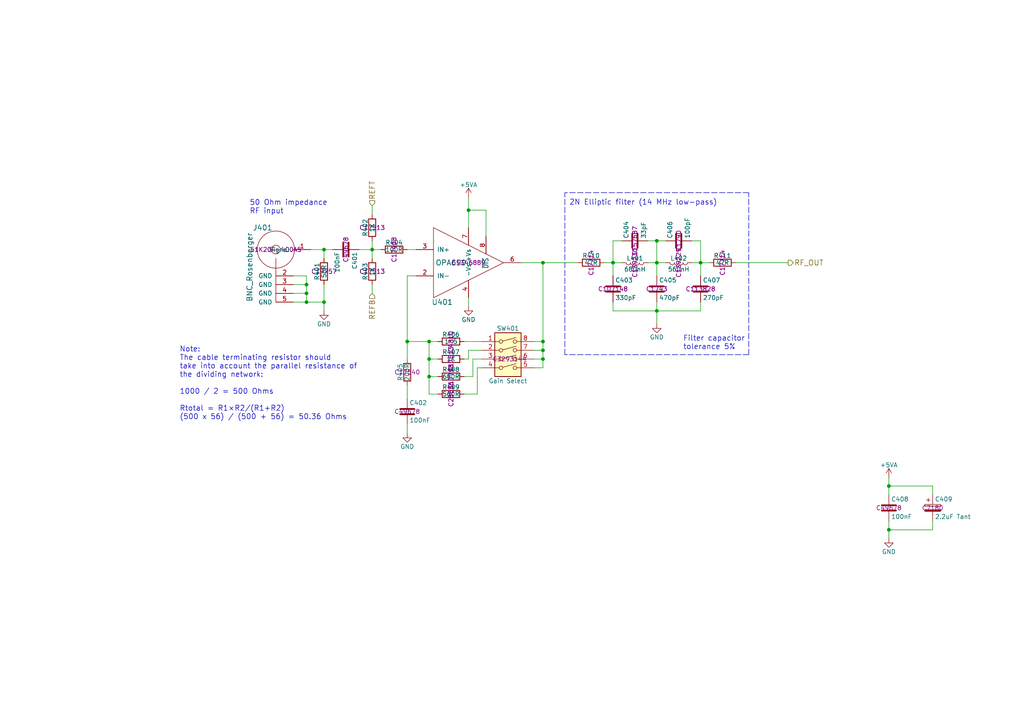
<source format=kicad_sch>
(kicad_sch (version 20250114) (generator "eeschema") (generator_version "9.0")
  (paper "A4")
  (title_block (title "Domesday Duplicator - RF Amplifier") (date "2018-06-19") (rev "3.0.1") (company "https://www.domesday86.com") (comment 1 "(c)2018 Simon Inns") (comment 2 "License: Attribution-ShareAlike 4.0 International (CC BY-SA 4.0)"))
  (lib_symbols
    (symbol "+5VA_1" (power) (pin_names (offset 0))
      (property "Value" "+5VA" (at 0 3.556 0))
      (symbol "+5VA_1_0_1"
        (polyline (pts (xy -0.762 1.27) (xy 0 2.54)))
        (polyline (pts (xy 0 2.54) (xy 0.762 1.27)))
        (polyline (pts (xy 0 0) (xy 0 2.54)))
      )
      (symbol "+5VA_1_1_1"
        (pin power_in line (at 0 0 90) (length 0) (hide yes) (name "+5VA") (number "1"))
      )
    )
    (symbol "+5VA_2" (power) (pin_names (offset 0))
      (property "Value" "+5VA" (at 0 3.556 0))
      (symbol "+5VA_2_0_1"
        (polyline (pts (xy -0.762 1.27) (xy 0 2.54)))
        (polyline (pts (xy 0 2.54) (xy 0.762 1.27)))
        (polyline (pts (xy 0 0) (xy 0 2.54)))
      )
      (symbol "+5VA_2_1_1"
        (pin power_in line (at 0 0 90) (length 0) (hide yes) (name "+5VA") (number "1"))
      )
    )
    (symbol "+5VA_3" (power) (pin_names (offset 0))
      (property "Value" "+5VA" (at 0 3.556 0))
      (symbol "+5VA_3_0_1"
        (polyline (pts (xy -0.762 1.27) (xy 0 2.54)))
        (polyline (pts (xy 0 2.54) (xy 0.762 1.27)))
        (polyline (pts (xy 0 0) (xy 0 2.54)))
      )
      (symbol "+5VA_3_1_1"
        (pin power_in line (at 0 0 90) (length 0) (hide yes) (name "+5VA") (number "1"))
      )
    )
    (symbol "+5VA_4" (power) (pin_names (offset 0))
      (property "Value" "+5VA" (at 0 3.556 0))
      (symbol "+5VA_4_0_1"
        (polyline (pts (xy -0.762 1.27) (xy 0 2.54)))
        (polyline (pts (xy 0 2.54) (xy 0.762 1.27)))
        (polyline (pts (xy 0 0) (xy 0 2.54)))
      )
      (symbol "+5VA_4_1_1"
        (pin power_in line (at 0 0 90) (length 0) (hide yes) (name "+5VA") (number "1"))
      )
    )
    (symbol "CP_1" (pin_numbers (hide yes)) (pin_names (offset 0.254))
      (property "Reference" "C" (at 0.635 2.54 0))
      (property "Value" "CP" (at 0.635 -2.54 0))
      (symbol "CP_1_0_1"
        (rectangle (start -2.286 0.508) (end -2.286 1.016))
        (rectangle (start -2.286 0.508) (end 2.286 0.508))
        (polyline (pts (xy -1.778 2.286) (xy -0.762 2.286)))
        (polyline (pts (xy -1.27 2.794) (xy -1.27 1.778)))
        (rectangle (start 2.286 1.016) (end -2.286 1.016))
        (rectangle (start 2.286 1.016) (end 2.286 0.508))
        (rectangle (start 2.286 -0.508) (end -2.286 -1.016) (fill (type outline)))
      )
      (symbol "CP_1_1_1"
        (pin passive line (at 0 3.81 270) (length 2.794) (name "~") (number "1"))
        (pin passive line (at 0 -3.81 90) (length 2.794) (name "~") (number "2"))
      )
    )
    (symbol "CP_2" (pin_numbers (hide yes)) (pin_names (offset 0.254))
      (property "Reference" "C" (at 0.635 2.54 0))
      (property "Value" "CP" (at 0.635 -2.54 0))
      (symbol "CP_2_0_1"
        (rectangle (start -2.286 0.508) (end -2.286 1.016))
        (rectangle (start -2.286 0.508) (end 2.286 0.508))
        (polyline (pts (xy -1.778 2.286) (xy -0.762 2.286)))
        (polyline (pts (xy -1.27 2.794) (xy -1.27 1.778)))
        (rectangle (start 2.286 1.016) (end -2.286 1.016))
        (rectangle (start 2.286 1.016) (end 2.286 0.508))
        (rectangle (start 2.286 -0.508) (end -2.286 -1.016) (fill (type outline)))
      )
      (symbol "CP_2_1_1"
        (pin passive line (at 0 3.81 270) (length 2.794) (name "~") (number "1"))
        (pin passive line (at 0 -3.81 90) (length 2.794) (name "~") (number "2"))
      )
    )
    (symbol "C_1" (pin_numbers (hide yes)) (pin_names (offset 0.254))
      (property "Reference" "C" (at 0.635 2.54 0))
      (property "Value" "C" (at 0.635 -2.54 0))
      (symbol "C_1_0_1"
        (polyline (pts (xy -2.032 0.762) (xy 2.032 0.762)) (stroke (width 0.508)))
        (polyline (pts (xy -2.032 -0.762) (xy 2.032 -0.762)) (stroke (width 0.508)))
      )
      (symbol "C_1_1_1"
        (pin passive line (at 0 3.81 270) (length 2.794) (name "~") (number "1"))
        (pin passive line (at 0 -3.81 90) (length 2.794) (name "~") (number "2"))
      )
    )
    (symbol "C_10" (pin_numbers (hide yes)) (pin_names (offset 0.254))
      (property "Reference" "C" (at 0.635 2.54 0))
      (property "Value" "C" (at 0.635 -2.54 0))
      (symbol "C_10_0_1"
        (polyline (pts (xy -2.032 0.762) (xy 2.032 0.762)) (stroke (width 0.508)))
        (polyline (pts (xy -2.032 -0.762) (xy 2.032 -0.762)) (stroke (width 0.508)))
      )
      (symbol "C_10_1_1"
        (pin passive line (at 0 3.81 270) (length 2.794) (name "~") (number "1"))
        (pin passive line (at 0 -3.81 90) (length 2.794) (name "~") (number "2"))
      )
    )
    (symbol "C_11" (pin_numbers (hide yes)) (pin_names (offset 0.254))
      (property "Reference" "C" (at 0.635 2.54 0))
      (property "Value" "C" (at 0.635 -2.54 0))
      (symbol "C_11_0_1"
        (polyline (pts (xy -2.032 0.762) (xy 2.032 0.762)) (stroke (width 0.508)))
        (polyline (pts (xy -2.032 -0.762) (xy 2.032 -0.762)) (stroke (width 0.508)))
      )
      (symbol "C_11_1_1"
        (pin passive line (at 0 3.81 270) (length 2.794) (name "~") (number "1"))
        (pin passive line (at 0 -3.81 90) (length 2.794) (name "~") (number "2"))
      )
    )
    (symbol "C_12" (pin_numbers (hide yes)) (pin_names (offset 0.254))
      (property "Reference" "C" (at 0.635 2.54 0))
      (property "Value" "C" (at 0.635 -2.54 0))
      (symbol "C_12_0_1"
        (polyline (pts (xy -2.032 0.762) (xy 2.032 0.762)) (stroke (width 0.508)))
        (polyline (pts (xy -2.032 -0.762) (xy 2.032 -0.762)) (stroke (width 0.508)))
      )
      (symbol "C_12_1_1"
        (pin passive line (at 0 3.81 270) (length 2.794) (name "~") (number "1"))
        (pin passive line (at 0 -3.81 90) (length 2.794) (name "~") (number "2"))
      )
    )
    (symbol "C_13" (pin_numbers (hide yes)) (pin_names (offset 0.254))
      (property "Reference" "C" (at 0.635 2.54 0))
      (property "Value" "C" (at 0.635 -2.54 0))
      (symbol "C_13_0_1"
        (polyline (pts (xy -2.032 0.762) (xy 2.032 0.762)) (stroke (width 0.508)))
        (polyline (pts (xy -2.032 -0.762) (xy 2.032 -0.762)) (stroke (width 0.508)))
      )
      (symbol "C_13_1_1"
        (pin passive line (at 0 3.81 270) (length 2.794) (name "~") (number "1"))
        (pin passive line (at 0 -3.81 90) (length 2.794) (name "~") (number "2"))
      )
    )
    (symbol "C_14" (pin_numbers (hide yes)) (pin_names (offset 0.254))
      (property "Reference" "C" (at 0.635 2.54 0))
      (property "Value" "C" (at 0.635 -2.54 0))
      (symbol "C_14_0_1"
        (polyline (pts (xy -2.032 0.762) (xy 2.032 0.762)) (stroke (width 0.508)))
        (polyline (pts (xy -2.032 -0.762) (xy 2.032 -0.762)) (stroke (width 0.508)))
      )
      (symbol "C_14_1_1"
        (pin passive line (at 0 3.81 270) (length 2.794) (name "~") (number "1"))
        (pin passive line (at 0 -3.81 90) (length 2.794) (name "~") (number "2"))
      )
    )
    (symbol "C_15" (pin_numbers (hide yes)) (pin_names (offset 0.254))
      (property "Reference" "C" (at 0.635 2.54 0))
      (property "Value" "C" (at 0.635 -2.54 0))
      (symbol "C_15_0_1"
        (polyline (pts (xy -2.032 0.762) (xy 2.032 0.762)) (stroke (width 0.508)))
        (polyline (pts (xy -2.032 -0.762) (xy 2.032 -0.762)) (stroke (width 0.508)))
      )
      (symbol "C_15_1_1"
        (pin passive line (at 0 3.81 270) (length 2.794) (name "~") (number "1"))
        (pin passive line (at 0 -3.81 90) (length 2.794) (name "~") (number "2"))
      )
    )
    (symbol "C_16" (pin_numbers (hide yes)) (pin_names (offset 0.254))
      (property "Reference" "C" (at 0.635 2.54 0))
      (property "Value" "C" (at 0.635 -2.54 0))
      (symbol "C_16_0_1"
        (polyline (pts (xy -2.032 0.762) (xy 2.032 0.762)) (stroke (width 0.508)))
        (polyline (pts (xy -2.032 -0.762) (xy 2.032 -0.762)) (stroke (width 0.508)))
      )
      (symbol "C_16_1_1"
        (pin passive line (at 0 3.81 270) (length 2.794) (name "~") (number "1"))
        (pin passive line (at 0 -3.81 90) (length 2.794) (name "~") (number "2"))
      )
    )
    (symbol "C_2" (pin_numbers (hide yes)) (pin_names (offset 0.254))
      (property "Reference" "C" (at 0.635 2.54 0))
      (property "Value" "C" (at 0.635 -2.54 0))
      (symbol "C_2_0_1"
        (polyline (pts (xy -2.032 0.762) (xy 2.032 0.762)) (stroke (width 0.508)))
        (polyline (pts (xy -2.032 -0.762) (xy 2.032 -0.762)) (stroke (width 0.508)))
      )
      (symbol "C_2_1_1"
        (pin passive line (at 0 3.81 270) (length 2.794) (name "~") (number "1"))
        (pin passive line (at 0 -3.81 90) (length 2.794) (name "~") (number "2"))
      )
    )
    (symbol "C_3" (pin_numbers (hide yes)) (pin_names (offset 0.254))
      (property "Reference" "C" (at 0.635 2.54 0))
      (property "Value" "C" (at 0.635 -2.54 0))
      (symbol "C_3_0_1"
        (polyline (pts (xy -2.032 0.762) (xy 2.032 0.762)) (stroke (width 0.508)))
        (polyline (pts (xy -2.032 -0.762) (xy 2.032 -0.762)) (stroke (width 0.508)))
      )
      (symbol "C_3_1_1"
        (pin passive line (at 0 3.81 270) (length 2.794) (name "~") (number "1"))
        (pin passive line (at 0 -3.81 90) (length 2.794) (name "~") (number "2"))
      )
    )
    (symbol "C_4" (pin_numbers (hide yes)) (pin_names (offset 0.254))
      (property "Reference" "C" (at 0.635 2.54 0))
      (property "Value" "C" (at 0.635 -2.54 0))
      (symbol "C_4_0_1"
        (polyline (pts (xy -2.032 0.762) (xy 2.032 0.762)) (stroke (width 0.508)))
        (polyline (pts (xy -2.032 -0.762) (xy 2.032 -0.762)) (stroke (width 0.508)))
      )
      (symbol "C_4_1_1"
        (pin passive line (at 0 3.81 270) (length 2.794) (name "~") (number "1"))
        (pin passive line (at 0 -3.81 90) (length 2.794) (name "~") (number "2"))
      )
    )
    (symbol "C_5" (pin_numbers (hide yes)) (pin_names (offset 0.254))
      (property "Reference" "C" (at 0.635 2.54 0))
      (property "Value" "C" (at 0.635 -2.54 0))
      (symbol "C_5_0_1"
        (polyline (pts (xy -2.032 0.762) (xy 2.032 0.762)) (stroke (width 0.508)))
        (polyline (pts (xy -2.032 -0.762) (xy 2.032 -0.762)) (stroke (width 0.508)))
      )
      (symbol "C_5_1_1"
        (pin passive line (at 0 3.81 270) (length 2.794) (name "~") (number "1"))
        (pin passive line (at 0 -3.81 90) (length 2.794) (name "~") (number "2"))
      )
    )
    (symbol "C_6" (pin_numbers (hide yes)) (pin_names (offset 0.254))
      (property "Reference" "C" (at 0.635 2.54 0))
      (property "Value" "C" (at 0.635 -2.54 0))
      (symbol "C_6_0_1"
        (polyline (pts (xy -2.032 0.762) (xy 2.032 0.762)) (stroke (width 0.508)))
        (polyline (pts (xy -2.032 -0.762) (xy 2.032 -0.762)) (stroke (width 0.508)))
      )
      (symbol "C_6_1_1"
        (pin passive line (at 0 3.81 270) (length 2.794) (name "~") (number "1"))
        (pin passive line (at 0 -3.81 90) (length 2.794) (name "~") (number "2"))
      )
    )
    (symbol "C_7" (pin_numbers (hide yes)) (pin_names (offset 0.254))
      (property "Reference" "C" (at 0.635 2.54 0))
      (property "Value" "C" (at 0.635 -2.54 0))
      (symbol "C_7_0_1"
        (polyline (pts (xy -2.032 0.762) (xy 2.032 0.762)) (stroke (width 0.508)))
        (polyline (pts (xy -2.032 -0.762) (xy 2.032 -0.762)) (stroke (width 0.508)))
      )
      (symbol "C_7_1_1"
        (pin passive line (at 0 3.81 270) (length 2.794) (name "~") (number "1"))
        (pin passive line (at 0 -3.81 90) (length 2.794) (name "~") (number "2"))
      )
    )
    (symbol "C_8" (pin_numbers (hide yes)) (pin_names (offset 0.254))
      (property "Reference" "C" (at 0.635 2.54 0))
      (property "Value" "C" (at 0.635 -2.54 0))
      (symbol "C_8_0_1"
        (polyline (pts (xy -2.032 0.762) (xy 2.032 0.762)) (stroke (width 0.508)))
        (polyline (pts (xy -2.032 -0.762) (xy 2.032 -0.762)) (stroke (width 0.508)))
      )
      (symbol "C_8_1_1"
        (pin passive line (at 0 3.81 270) (length 2.794) (name "~") (number "1"))
        (pin passive line (at 0 -3.81 90) (length 2.794) (name "~") (number "2"))
      )
    )
    (symbol "C_9" (pin_numbers (hide yes)) (pin_names (offset 0.254))
      (property "Reference" "C" (at 0.635 2.54 0))
      (property "Value" "C" (at 0.635 -2.54 0))
      (symbol "C_9_0_1"
        (polyline (pts (xy -2.032 0.762) (xy 2.032 0.762)) (stroke (width 0.508)))
        (polyline (pts (xy -2.032 -0.762) (xy 2.032 -0.762)) (stroke (width 0.508)))
      )
      (symbol "C_9_1_1"
        (pin passive line (at 0 3.81 270) (length 2.794) (name "~") (number "1"))
        (pin passive line (at 0 -3.81 90) (length 2.794) (name "~") (number "2"))
      )
    )
    (symbol "GND_1" (power) (pin_names (offset 0))
      (property "Value" "GND" (at 0 -3.81 0))
      (symbol "GND_1_0_1"
        (polyline (pts (xy 0 0) (xy 0 -1.27) (xy 1.27 -1.27) (xy 0 -2.54) (xy -1.27 -1.27) (xy 0 -1.27)))
      )
      (symbol "GND_1_1_1"
        (pin power_in line (at 0 0 270) (length 0) (hide yes) (name "GND") (number "1"))
      )
    )
    (symbol "GND_10" (power) (pin_names (offset 0))
      (property "Value" "GND" (at 0 -3.81 0))
      (symbol "GND_10_0_1"
        (polyline (pts (xy 0 0) (xy 0 -1.27) (xy 1.27 -1.27) (xy 0 -2.54) (xy -1.27 -1.27) (xy 0 -1.27)))
      )
      (symbol "GND_10_1_1"
        (pin power_in line (at 0 0 270) (length 0) (hide yes) (name "GND") (number "1"))
      )
    )
    (symbol "GND_2" (power) (pin_names (offset 0))
      (property "Value" "GND" (at 0 -3.81 0))
      (symbol "GND_2_0_1"
        (polyline (pts (xy 0 0) (xy 0 -1.27) (xy 1.27 -1.27) (xy 0 -2.54) (xy -1.27 -1.27) (xy 0 -1.27)))
      )
      (symbol "GND_2_1_1"
        (pin power_in line (at 0 0 270) (length 0) (hide yes) (name "GND") (number "1"))
      )
    )
    (symbol "GND_3" (power) (pin_names (offset 0))
      (property "Value" "GND" (at 0 -3.81 0))
      (symbol "GND_3_0_1"
        (polyline (pts (xy 0 0) (xy 0 -1.27) (xy 1.27 -1.27) (xy 0 -2.54) (xy -1.27 -1.27) (xy 0 -1.27)))
      )
      (symbol "GND_3_1_1"
        (pin power_in line (at 0 0 270) (length 0) (hide yes) (name "GND") (number "1"))
      )
    )
    (symbol "GND_4" (power) (pin_names (offset 0))
      (property "Value" "GND" (at 0 -3.81 0))
      (symbol "GND_4_0_1"
        (polyline (pts (xy 0 0) (xy 0 -1.27) (xy 1.27 -1.27) (xy 0 -2.54) (xy -1.27 -1.27) (xy 0 -1.27)))
      )
      (symbol "GND_4_1_1"
        (pin power_in line (at 0 0 270) (length 0) (hide yes) (name "GND") (number "1"))
      )
    )
    (symbol "GND_5" (power) (pin_names (offset 0))
      (property "Value" "GND" (at 0 -3.81 0))
      (symbol "GND_5_0_1"
        (polyline (pts (xy 0 0) (xy 0 -1.27) (xy 1.27 -1.27) (xy 0 -2.54) (xy -1.27 -1.27) (xy 0 -1.27)))
      )
      (symbol "GND_5_1_1"
        (pin power_in line (at 0 0 270) (length 0) (hide yes) (name "GND") (number "1"))
      )
    )
    (symbol "GND_6" (power) (pin_names (offset 0))
      (property "Value" "GND" (at 0 -3.81 0))
      (symbol "GND_6_0_1"
        (polyline (pts (xy 0 0) (xy 0 -1.27) (xy 1.27 -1.27) (xy 0 -2.54) (xy -1.27 -1.27) (xy 0 -1.27)))
      )
      (symbol "GND_6_1_1"
        (pin power_in line (at 0 0 270) (length 0) (hide yes) (name "GND") (number "1"))
      )
    )
    (symbol "GND_7" (power) (pin_names (offset 0))
      (property "Value" "GND" (at 0 -3.81 0))
      (symbol "GND_7_0_1"
        (polyline (pts (xy 0 0) (xy 0 -1.27) (xy 1.27 -1.27) (xy 0 -2.54) (xy -1.27 -1.27) (xy 0 -1.27)))
      )
      (symbol "GND_7_1_1"
        (pin power_in line (at 0 0 270) (length 0) (hide yes) (name "GND") (number "1"))
      )
    )
    (symbol "GND_8" (power) (pin_names (offset 0))
      (property "Value" "GND" (at 0 -3.81 0))
      (symbol "GND_8_0_1"
        (polyline (pts (xy 0 0) (xy 0 -1.27) (xy 1.27 -1.27) (xy 0 -2.54) (xy -1.27 -1.27) (xy 0 -1.27)))
      )
      (symbol "GND_8_1_1"
        (pin power_in line (at 0 0 270) (length 0) (hide yes) (name "GND") (number "1"))
      )
    )
    (symbol "GND_9" (power) (pin_names (offset 0))
      (property "Value" "GND" (at 0 -3.81 0))
      (symbol "GND_9_0_1"
        (polyline (pts (xy 0 0) (xy 0 -1.27) (xy 1.27 -1.27) (xy 0 -2.54) (xy -1.27 -1.27) (xy 0 -1.27)))
      )
      (symbol "GND_9_1_1"
        (pin power_in line (at 0 0 270) (length 0) (hide yes) (name "GND") (number "1"))
      )
    )
    (symbol "L_1" (pin_numbers (hide yes)) (pin_names (offset 1.016) (hide yes))
      (property "Reference" "L" (at -1.27 0 90))
      (property "Value" "L" (at 1.905 0 90))
      (symbol "L_1_0_1"
        (arc (start 0 2.54) (mid 0.635 1.905) (end 0 1.27))
        (arc (start 0 1.27) (mid 0.635 0.635) (end 0 0))
        (arc (start 0 0) (mid 0.635 -0.635) (end 0 -1.27))
        (arc (start 0 -1.27) (mid 0.635 -1.905) (end 0 -2.54))
      )
      (symbol "L_1_1_1"
        (pin passive line (at 0 3.81 270) (length 1.27) (name "1") (number "1"))
        (pin passive line (at 0 -3.81 90) (length 1.27) (name "2") (number "2"))
      )
    )
    (symbol "L_2" (pin_numbers (hide yes)) (pin_names (offset 1.016) (hide yes))
      (property "Reference" "L" (at -1.27 0 90))
      (property "Value" "L" (at 1.905 0 90))
      (symbol "L_2_0_1"
        (arc (start 0 2.54) (mid 0.635 1.905) (end 0 1.27))
        (arc (start 0 1.27) (mid 0.635 0.635) (end 0 0))
        (arc (start 0 0) (mid 0.635 -0.635) (end 0 -1.27))
        (arc (start 0 -1.27) (mid 0.635 -1.905) (end 0 -2.54))
      )
      (symbol "L_2_1_1"
        (pin passive line (at 0 3.81 270) (length 1.27) (name "1") (number "1"))
        (pin passive line (at 0 -3.81 90) (length 1.27) (name "2") (number "2"))
      )
    )
    (symbol "L_3" (pin_numbers (hide yes)) (pin_names (offset 1.016) (hide yes))
      (property "Reference" "L" (at -1.27 0 90))
      (property "Value" "L" (at 1.905 0 90))
      (symbol "L_3_0_1"
        (arc (start 0 2.54) (mid 0.635 1.905) (end 0 1.27))
        (arc (start 0 1.27) (mid 0.635 0.635) (end 0 0))
        (arc (start 0 0) (mid 0.635 -0.635) (end 0 -1.27))
        (arc (start 0 -1.27) (mid 0.635 -1.905) (end 0 -2.54))
      )
      (symbol "L_3_1_1"
        (pin passive line (at 0 3.81 270) (length 1.27) (name "1") (number "1"))
        (pin passive line (at 0 -3.81 90) (length 1.27) (name "2") (number "2"))
      )
    )
    (symbol "L_4" (pin_numbers (hide yes)) (pin_names (offset 1.016) (hide yes))
      (property "Reference" "L" (at -1.27 0 90))
      (property "Value" "L" (at 1.905 0 90))
      (symbol "L_4_0_1"
        (arc (start 0 2.54) (mid 0.635 1.905) (end 0 1.27))
        (arc (start 0 1.27) (mid 0.635 0.635) (end 0 0))
        (arc (start 0 0) (mid 0.635 -0.635) (end 0 -1.27))
        (arc (start 0 -1.27) (mid 0.635 -1.905) (end 0 -2.54))
      )
      (symbol "L_4_1_1"
        (pin passive line (at 0 3.81 270) (length 1.27) (name "1") (number "1"))
        (pin passive line (at 0 -3.81 90) (length 1.27) (name "2") (number "2"))
      )
    )
    (symbol "R_1" (pin_numbers (hide yes)) (pin_names (offset 0))
      (property "Reference" "R" (at 2.032 0 90))
      (property "Value" "R" (at 0 0 90))
      (symbol "R_1_0_1"
        (rectangle (start -1.016 -2.54) (end 1.016 2.54) (stroke (width 0.254)))
      )
      (symbol "R_1_1_1"
        (pin passive line (at 0 3.81 270) (length 1.27) (name "~") (number "1"))
        (pin passive line (at 0 -3.81 90) (length 1.27) (name "~") (number "2"))
      )
    )
    (symbol "R_10" (pin_numbers (hide yes)) (pin_names (offset 0))
      (property "Reference" "R" (at 2.032 0 90))
      (property "Value" "R" (at 0 0 90))
      (symbol "R_10_0_1"
        (rectangle (start -1.016 -2.54) (end 1.016 2.54) (stroke (width 0.254)))
      )
      (symbol "R_10_1_1"
        (pin passive line (at 0 3.81 270) (length 1.27) (name "~") (number "1"))
        (pin passive line (at 0 -3.81 90) (length 1.27) (name "~") (number "2"))
      )
    )
    (symbol "R_11" (pin_numbers (hide yes)) (pin_names (offset 0))
      (property "Reference" "R" (at 2.032 0 90))
      (property "Value" "R" (at 0 0 90))
      (symbol "R_11_0_1"
        (rectangle (start -1.016 -2.54) (end 1.016 2.54) (stroke (width 0.254)))
      )
      (symbol "R_11_1_1"
        (pin passive line (at 0 3.81 270) (length 1.27) (name "~") (number "1"))
        (pin passive line (at 0 -3.81 90) (length 1.27) (name "~") (number "2"))
      )
    )
    (symbol "R_12" (pin_numbers (hide yes)) (pin_names (offset 0))
      (property "Reference" "R" (at 2.032 0 90))
      (property "Value" "R" (at 0 0 90))
      (symbol "R_12_0_1"
        (rectangle (start -1.016 -2.54) (end 1.016 2.54) (stroke (width 0.254)))
      )
      (symbol "R_12_1_1"
        (pin passive line (at 0 3.81 270) (length 1.27) (name "~") (number "1"))
        (pin passive line (at 0 -3.81 90) (length 1.27) (name "~") (number "2"))
      )
    )
    (symbol "R_13" (pin_numbers (hide yes)) (pin_names (offset 0))
      (property "Reference" "R" (at 2.032 0 90))
      (property "Value" "R" (at 0 0 90))
      (symbol "R_13_0_1"
        (rectangle (start -1.016 -2.54) (end 1.016 2.54) (stroke (width 0.254)))
      )
      (symbol "R_13_1_1"
        (pin passive line (at 0 3.81 270) (length 1.27) (name "~") (number "1"))
        (pin passive line (at 0 -3.81 90) (length 1.27) (name "~") (number "2"))
      )
    )
    (symbol "R_14" (pin_numbers (hide yes)) (pin_names (offset 0))
      (property "Reference" "R" (at 2.032 0 90))
      (property "Value" "R" (at 0 0 90))
      (symbol "R_14_0_1"
        (rectangle (start -1.016 -2.54) (end 1.016 2.54) (stroke (width 0.254)))
      )
      (symbol "R_14_1_1"
        (pin passive line (at 0 3.81 270) (length 1.27) (name "~") (number "1"))
        (pin passive line (at 0 -3.81 90) (length 1.27) (name "~") (number "2"))
      )
    )
    (symbol "R_15" (pin_numbers (hide yes)) (pin_names (offset 0))
      (property "Reference" "R" (at 2.032 0 90))
      (property "Value" "R" (at 0 0 90))
      (symbol "R_15_0_1"
        (rectangle (start -1.016 -2.54) (end 1.016 2.54) (stroke (width 0.254)))
      )
      (symbol "R_15_1_1"
        (pin passive line (at 0 3.81 270) (length 1.27) (name "~") (number "1"))
        (pin passive line (at 0 -3.81 90) (length 1.27) (name "~") (number "2"))
      )
    )
    (symbol "R_16" (pin_numbers (hide yes)) (pin_names (offset 0))
      (property "Reference" "R" (at 2.032 0 90))
      (property "Value" "R" (at 0 0 90))
      (symbol "R_16_0_1"
        (rectangle (start -1.016 -2.54) (end 1.016 2.54) (stroke (width 0.254)))
      )
      (symbol "R_16_1_1"
        (pin passive line (at 0 3.81 270) (length 1.27) (name "~") (number "1"))
        (pin passive line (at 0 -3.81 90) (length 1.27) (name "~") (number "2"))
      )
    )
    (symbol "R_17" (pin_numbers (hide yes)) (pin_names (offset 0))
      (property "Reference" "R" (at 2.032 0 90))
      (property "Value" "R" (at 0 0 90))
      (symbol "R_17_0_1"
        (rectangle (start -1.016 -2.54) (end 1.016 2.54) (stroke (width 0.254)))
      )
      (symbol "R_17_1_1"
        (pin passive line (at 0 3.81 270) (length 1.27) (name "~") (number "1"))
        (pin passive line (at 0 -3.81 90) (length 1.27) (name "~") (number "2"))
      )
    )
    (symbol "R_18" (pin_numbers (hide yes)) (pin_names (offset 0))
      (property "Reference" "R" (at 2.032 0 90))
      (property "Value" "R" (at 0 0 90))
      (symbol "R_18_0_1"
        (rectangle (start -1.016 -2.54) (end 1.016 2.54) (stroke (width 0.254)))
      )
      (symbol "R_18_1_1"
        (pin passive line (at 0 3.81 270) (length 1.27) (name "~") (number "1"))
        (pin passive line (at 0 -3.81 90) (length 1.27) (name "~") (number "2"))
      )
    )
    (symbol "R_19" (pin_numbers (hide yes)) (pin_names (offset 0))
      (property "Reference" "R" (at 2.032 0 90))
      (property "Value" "R" (at 0 0 90))
      (symbol "R_19_0_1"
        (rectangle (start -1.016 -2.54) (end 1.016 2.54) (stroke (width 0.254)))
      )
      (symbol "R_19_1_1"
        (pin passive line (at 0 3.81 270) (length 1.27) (name "~") (number "1"))
        (pin passive line (at 0 -3.81 90) (length 1.27) (name "~") (number "2"))
      )
    )
    (symbol "R_2" (pin_numbers (hide yes)) (pin_names (offset 0))
      (property "Reference" "R" (at 2.032 0 90))
      (property "Value" "R" (at 0 0 90))
      (symbol "R_2_0_1"
        (rectangle (start -1.016 -2.54) (end 1.016 2.54) (stroke (width 0.254)))
      )
      (symbol "R_2_1_1"
        (pin passive line (at 0 3.81 270) (length 1.27) (name "~") (number "1"))
        (pin passive line (at 0 -3.81 90) (length 1.27) (name "~") (number "2"))
      )
    )
    (symbol "R_20" (pin_numbers (hide yes)) (pin_names (offset 0))
      (property "Reference" "R" (at 2.032 0 90))
      (property "Value" "R" (at 0 0 90))
      (symbol "R_20_0_1"
        (rectangle (start -1.016 -2.54) (end 1.016 2.54) (stroke (width 0.254)))
      )
      (symbol "R_20_1_1"
        (pin passive line (at 0 3.81 270) (length 1.27) (name "~") (number "1"))
        (pin passive line (at 0 -3.81 90) (length 1.27) (name "~") (number "2"))
      )
    )
    (symbol "R_21" (pin_numbers (hide yes)) (pin_names (offset 0))
      (property "Reference" "R" (at 2.032 0 90))
      (property "Value" "R" (at 0 0 90))
      (symbol "R_21_0_1"
        (rectangle (start -1.016 -2.54) (end 1.016 2.54) (stroke (width 0.254)))
      )
      (symbol "R_21_1_1"
        (pin passive line (at 0 3.81 270) (length 1.27) (name "~") (number "1"))
        (pin passive line (at 0 -3.81 90) (length 1.27) (name "~") (number "2"))
      )
    )
    (symbol "R_22" (pin_numbers (hide yes)) (pin_names (offset 0))
      (property "Reference" "R" (at 2.032 0 90))
      (property "Value" "R" (at 0 0 90))
      (symbol "R_22_0_1"
        (rectangle (start -1.016 -2.54) (end 1.016 2.54) (stroke (width 0.254)))
      )
      (symbol "R_22_1_1"
        (pin passive line (at 0 3.81 270) (length 1.27) (name "~") (number "1"))
        (pin passive line (at 0 -3.81 90) (length 1.27) (name "~") (number "2"))
      )
    )
    (symbol "R_3" (pin_numbers (hide yes)) (pin_names (offset 0))
      (property "Reference" "R" (at 2.032 0 90))
      (property "Value" "R" (at 0 0 90))
      (symbol "R_3_0_1"
        (rectangle (start -1.016 -2.54) (end 1.016 2.54) (stroke (width 0.254)))
      )
      (symbol "R_3_1_1"
        (pin passive line (at 0 3.81 270) (length 1.27) (name "~") (number "1"))
        (pin passive line (at 0 -3.81 90) (length 1.27) (name "~") (number "2"))
      )
    )
    (symbol "R_4" (pin_numbers (hide yes)) (pin_names (offset 0))
      (property "Reference" "R" (at 2.032 0 90))
      (property "Value" "R" (at 0 0 90))
      (symbol "R_4_0_1"
        (rectangle (start -1.016 -2.54) (end 1.016 2.54) (stroke (width 0.254)))
      )
      (symbol "R_4_1_1"
        (pin passive line (at 0 3.81 270) (length 1.27) (name "~") (number "1"))
        (pin passive line (at 0 -3.81 90) (length 1.27) (name "~") (number "2"))
      )
    )
    (symbol "R_5" (pin_numbers (hide yes)) (pin_names (offset 0))
      (property "Reference" "R" (at 2.032 0 90))
      (property "Value" "R" (at 0 0 90))
      (symbol "R_5_0_1"
        (rectangle (start -1.016 -2.54) (end 1.016 2.54) (stroke (width 0.254)))
      )
      (symbol "R_5_1_1"
        (pin passive line (at 0 3.81 270) (length 1.27) (name "~") (number "1"))
        (pin passive line (at 0 -3.81 90) (length 1.27) (name "~") (number "2"))
      )
    )
    (symbol "R_6" (pin_numbers (hide yes)) (pin_names (offset 0))
      (property "Reference" "R" (at 2.032 0 90))
      (property "Value" "R" (at 0 0 90))
      (symbol "R_6_0_1"
        (rectangle (start -1.016 -2.54) (end 1.016 2.54) (stroke (width 0.254)))
      )
      (symbol "R_6_1_1"
        (pin passive line (at 0 3.81 270) (length 1.27) (name "~") (number "1"))
        (pin passive line (at 0 -3.81 90) (length 1.27) (name "~") (number "2"))
      )
    )
    (symbol "R_7" (pin_numbers (hide yes)) (pin_names (offset 0))
      (property "Reference" "R" (at 2.032 0 90))
      (property "Value" "R" (at 0 0 90))
      (symbol "R_7_0_1"
        (rectangle (start -1.016 -2.54) (end 1.016 2.54) (stroke (width 0.254)))
      )
      (symbol "R_7_1_1"
        (pin passive line (at 0 3.81 270) (length 1.27) (name "~") (number "1"))
        (pin passive line (at 0 -3.81 90) (length 1.27) (name "~") (number "2"))
      )
    )
    (symbol "R_8" (pin_numbers (hide yes)) (pin_names (offset 0))
      (property "Reference" "R" (at 2.032 0 90))
      (property "Value" "R" (at 0 0 90))
      (symbol "R_8_0_1"
        (rectangle (start -1.016 -2.54) (end 1.016 2.54) (stroke (width 0.254)))
      )
      (symbol "R_8_1_1"
        (pin passive line (at 0 3.81 270) (length 1.27) (name "~") (number "1"))
        (pin passive line (at 0 -3.81 90) (length 1.27) (name "~") (number "2"))
      )
    )
    (symbol "R_9" (pin_numbers (hide yes)) (pin_names (offset 0))
      (property "Reference" "R" (at 2.032 0 90))
      (property "Value" "R" (at 0 0 90))
      (symbol "R_9_0_1"
        (rectangle (start -1.016 -2.54) (end 1.016 2.54) (stroke (width 0.254)))
      )
      (symbol "R_9_1_1"
        (pin passive line (at 0 3.81 270) (length 1.27) (name "~") (number "1"))
        (pin passive line (at 0 -3.81 90) (length 1.27) (name "~") (number "2"))
      )
    )
    (symbol "SW_DIP_x04_1" (pin_names (offset 0) (hide yes))
      (property "Reference" "SW" (at 0 8.89 0))
      (property "Value" "SW_DIP_x04" (at 0 -6.35 0))
      (symbol "SW_DIP_x04_1_0_0"
        (circle (center -2.032 5.08) (radius 0.508))
        (circle (center -2.032 2.54) (radius 0.508))
        (circle (center -2.032 0) (radius 0.508))
        (circle (center -2.032 -2.54) (radius 0.508))
        (polyline (pts (xy -1.524 5.207) (xy 2.3622 6.2484)))
        (polyline (pts (xy -1.524 2.667) (xy 2.3622 3.7084)))
        (polyline (pts (xy -1.524 0.127) (xy 2.3622 1.1684)))
        (polyline (pts (xy -1.524 -2.3876) (xy 2.3622 -1.3462)))
        (circle (center 2.032 5.08) (radius 0.508))
        (circle (center 2.032 2.54) (radius 0.508))
        (circle (center 2.032 0) (radius 0.508))
        (circle (center 2.032 -2.54) (radius 0.508))
      )
      (symbol "SW_DIP_x04_1_0_1"
        (rectangle (start -3.81 7.62) (end 3.81 -5.08) (stroke (width 0.254)) (fill (type background)))
      )
      (symbol "SW_DIP_x04_1_1_1"
        (pin passive line (at -7.62 5.08 0) (length 5.08) (name "~") (number "1"))
        (pin passive line (at -7.62 2.54 0) (length 5.08) (name "~") (number "2"))
        (pin passive line (at -7.62 0 0) (length 5.08) (name "~") (number "3"))
        (pin passive line (at -7.62 -2.54 0) (length 5.08) (name "~") (number "4"))
        (pin passive line (at 7.62 5.08 180) (length 5.08) (name "~") (number "8"))
        (pin passive line (at 7.62 2.54 180) (length 5.08) (name "~") (number "7"))
        (pin passive line (at 7.62 0 180) (length 5.08) (name "~") (number "6"))
        (pin passive line (at 7.62 -2.54 180) (length 5.08) (name "~") (number "5"))
      )
    )
    (symbol "SW_DIP_x04_2" (pin_names (offset 0) (hide yes))
      (property "Reference" "SW" (at 0 8.89 0))
      (property "Value" "SW_DIP_x04" (at 0 -6.35 0))
      (symbol "SW_DIP_x04_2_0_0"
        (circle (center -2.032 5.08) (radius 0.508))
        (circle (center -2.032 2.54) (radius 0.508))
        (circle (center -2.032 0) (radius 0.508))
        (circle (center -2.032 -2.54) (radius 0.508))
        (polyline (pts (xy -1.524 5.207) (xy 2.3622 6.2484)))
        (polyline (pts (xy -1.524 2.667) (xy 2.3622 3.7084)))
        (polyline (pts (xy -1.524 0.127) (xy 2.3622 1.1684)))
        (polyline (pts (xy -1.524 -2.3876) (xy 2.3622 -1.3462)))
        (circle (center 2.032 5.08) (radius 0.508))
        (circle (center 2.032 2.54) (radius 0.508))
        (circle (center 2.032 0) (radius 0.508))
        (circle (center 2.032 -2.54) (radius 0.508))
      )
      (symbol "SW_DIP_x04_2_0_1"
        (rectangle (start -3.81 7.62) (end 3.81 -5.08) (stroke (width 0.254)) (fill (type background)))
      )
      (symbol "SW_DIP_x04_2_1_1"
        (pin passive line (at -7.62 5.08 0) (length 5.08) (name "~") (number "1"))
        (pin passive line (at -7.62 2.54 0) (length 5.08) (name "~") (number "2"))
        (pin passive line (at -7.62 0 0) (length 5.08) (name "~") (number "3"))
        (pin passive line (at -7.62 -2.54 0) (length 5.08) (name "~") (number "4"))
        (pin passive line (at 7.62 5.08 180) (length 5.08) (name "~") (number "8"))
        (pin passive line (at 7.62 2.54 180) (length 5.08) (name "~") (number "7"))
        (pin passive line (at 7.62 0 180) (length 5.08) (name "~") (number "6"))
        (pin passive line (at 7.62 -2.54 180) (length 5.08) (name "~") (number "5"))
      )
    )
    (symbol "bnc_rosenberger:BNC_Rosenberger" (pin_names (offset 1.016))
      (property "Reference" "J" (at -3.81 6.35 0))
      (property "Value" "BNC_Rosenberger" (at -7.62 -5.08 90))
      (symbol "BNC_Rosenberger_0_1"
        (circle (center 0 0) (radius 1.27))
        (circle (center 0 0) (radius 5.3848))
        (polyline (pts (xy 0 -15.24) (xy 0 -2.54)))
      )
      (symbol "BNC_Rosenberger_1_1"
        (pin power_in line (at 5.08 -7.62 180) (length 5.08) (name "GND") (number "2"))
        (pin power_in line (at 5.08 -10.16 180) (length 5.08) (name "GND") (number "3"))
        (pin power_in line (at 5.08 -12.7 180) (length 5.08) (name "GND") (number "4"))
        (pin power_in line (at 5.08 -15.24 180) (length 5.08) (name "GND") (number "5"))
        (pin bidirectional line (at 10.16 0 180) (length 5.08) (name "Signal") (number "1"))
      )
    )
    (symbol "opa690:OPA690" (pin_names (offset 1.016))
      (property "Reference" "U" (at -7.62 -11.43 0))
      (property "Value" "OPA690" (at -5.08 0 0))
      (symbol "OPA690_0_1"
        (polyline (pts (xy -10.16 -10.16) (xy 10.16 0) (xy -10.16 10.16) (xy -10.16 -10.16)))
      )
      (symbol "OPA690_1_1"
        (pin input line (at -15.24 3.81 0) (length 5.08) (name "IN+") (number "3"))
        (pin input line (at -15.24 -3.81 0) (length 5.08) (name "IN-") (number "2"))
        (pin power_in line (at 0 10.16 270) (length 5.08) (name "+Vs") (number "7"))
        (pin power_in line (at 0 -10.16 90) (length 5.08) (name "-Vs") (number "4"))
        (pin input line (at 5.08 7.62 270) (length 5.08) (name "~{DIS}") (number "8"))
        (pin no_connect line (at 5.08 -5.08 0) (length 5.08) (hide yes) (name "NC") (number "1"))
        (pin no_connect line (at 5.08 -7.62 0) (length 5.08) (hide yes) (name "NC") (number "5"))
        (pin output line (at 15.24 0 180) (length 5.08) (name "Output") (number "6"))
      )
    )
  )
  (text "Note:\nThe cable terminating resistor should\ntake into account the parallel resistance of\nthe dividing network:\n\n1000 / 2 = 500 Ohms\n\nRtotal = R1×R2/(R1+R2)\n(500 x 56) / (500 + 56) = 50.36 Ohms\n" (at 52.07 121.92 0) (effects (font (size 1.524 1.524)) (justify left bottom)))
  (text "2N Elliptic filter (14 MHz low-pass)" (at 165.1 59.69 0) (effects (font (size 1.524 1.524)) (justify left bottom)))
  (text "50 Ohm impedance\nRF input" (at 72.39 62.23 0) (effects (font (size 1.524 1.524)) (justify left bottom)))
  (text "Filter capacitor\ntolerance 5%" (at 198.12 101.6 0) (effects (font (size 1.524 1.524)) (justify left bottom)))
  (junction (at 190.5 69.85))
  (junction (at 88.9 82.55))
  (junction (at 88.9 87.63))
  (junction (at 93.98 72.39))
  (junction (at 190.5 76.2))
  (junction (at 88.9 85.09))
  (junction (at 124.46 104.14))
  (junction (at 257.81 140.97))
  (junction (at 157.48 99.06))
  (junction (at 135.89 60.96))
  (junction (at 177.8 76.2))
  (junction (at 157.48 101.6))
  (junction (at 124.46 99.06))
  (junction (at 157.48 76.2))
  (junction (at 157.48 104.14))
  (junction (at 93.98 87.63))
  (junction (at 257.81 153.67))
  (junction (at 203.2 76.2))
  (junction (at 107.95 72.39))
  (junction (at 118.11 99.06))
  (junction (at 124.46 109.22))
  (junction (at 190.5 90.17))
  (wire (pts (xy 93.98 87.63) (xy 93.98 90.17)))
  (wire (pts (xy 135.89 88.9) (xy 135.89 86.36)))
  (polyline (pts (xy 217.17 102.87) (xy 217.17 55.88)) (stroke (width 0) (type dash)))
  (wire (pts (xy 177.8 76.2) (xy 180.34 76.2)))
  (wire (pts (xy 85.09 87.63) (xy 88.9 87.63)))
  (wire (pts (xy 187.96 69.85) (xy 190.5 69.85)))
  (wire (pts (xy 127 109.22) (xy 124.46 109.22)))
  (wire (pts (xy 118.11 99.06) (xy 118.11 104.14)))
  (wire (pts (xy 203.2 90.17) (xy 203.2 87.63)))
  (wire (pts (xy 190.5 90.17) (xy 203.2 90.17)))
  (wire (pts (xy 257.81 140.97) (xy 257.81 143.51)))
  (wire (pts (xy 157.48 104.14) (xy 157.48 106.68)))
  (wire (pts (xy 104.14 72.39) (xy 107.95 72.39)))
  (wire (pts (xy 139.7 99.06) (xy 134.62 99.06)))
  (wire (pts (xy 140.97 68.58) (xy 140.97 60.96)))
  (wire (pts (xy 190.5 76.2) (xy 190.5 80.01)))
  (wire (pts (xy 88.9 82.55) (xy 88.9 85.09)))
  (wire (pts (xy 157.48 76.2) (xy 157.48 99.06)))
  (wire (pts (xy 157.48 106.68) (xy 154.94 106.68)))
  (wire (pts (xy 124.46 104.14) (xy 124.46 109.22)))
  (wire (pts (xy 85.09 80.01) (xy 88.9 80.01)))
  (wire (pts (xy 118.11 72.39) (xy 120.65 72.39)))
  (wire (pts (xy 124.46 114.3) (xy 127 114.3)))
  (wire (pts (xy 139.7 104.14) (xy 137.16 104.14)))
  (wire (pts (xy 270.51 151.13) (xy 270.51 153.67)))
  (wire (pts (xy 257.81 151.13) (xy 257.81 153.67)))
  (wire (pts (xy 124.46 99.06) (xy 127 99.06)))
  (wire (pts (xy 177.8 90.17) (xy 190.5 90.17)))
  (wire (pts (xy 157.48 101.6) (xy 154.94 101.6)))
  (wire (pts (xy 139.7 101.6) (xy 135.89 101.6)))
  (wire (pts (xy 107.95 72.39) (xy 110.49 72.39)))
  (wire (pts (xy 118.11 80.01) (xy 118.11 99.06)))
  (wire (pts (xy 157.48 99.06) (xy 157.48 101.6)))
  (wire (pts (xy 200.66 76.2) (xy 203.2 76.2)))
  (wire (pts (xy 154.94 99.06) (xy 157.48 99.06)))
  (wire (pts (xy 177.8 69.85) (xy 177.8 76.2)))
  (wire (pts (xy 257.81 153.67) (xy 257.81 156.21)))
  (wire (pts (xy 135.89 60.96) (xy 135.89 66.04)))
  (wire (pts (xy 85.09 85.09) (xy 88.9 85.09)))
  (wire (pts (xy 90.17 72.39) (xy 93.98 72.39)))
  (wire (pts (xy 175.26 76.2) (xy 177.8 76.2)))
  (wire (pts (xy 140.97 60.96) (xy 135.89 60.96)))
  (wire (pts (xy 157.48 104.14) (xy 154.94 104.14)))
  (wire (pts (xy 138.43 106.68) (xy 138.43 114.3)))
  (wire (pts (xy 190.5 87.63) (xy 190.5 90.17)))
  (wire (pts (xy 177.8 69.85) (xy 180.34 69.85)))
  (wire (pts (xy 135.89 57.15) (xy 135.89 60.96)))
  (wire (pts (xy 107.95 62.23) (xy 107.95 59.69)))
  (wire (pts (xy 107.95 69.85) (xy 107.95 72.39)))
  (wire (pts (xy 157.48 101.6) (xy 157.48 104.14)))
  (wire (pts (xy 257.81 138.43) (xy 257.81 140.97)))
  (wire (pts (xy 270.51 143.51) (xy 270.51 140.97)))
  (wire (pts (xy 85.09 82.55) (xy 88.9 82.55)))
  (wire (pts (xy 151.13 76.2) (xy 157.48 76.2)))
  (wire (pts (xy 93.98 82.55) (xy 93.98 87.63)))
  (polyline (pts (xy 217.17 55.88) (xy 163.83 55.88)) (stroke (width 0) (type dash)))
  (wire (pts (xy 93.98 72.39) (xy 93.98 74.93)))
  (wire (pts (xy 107.95 85.09) (xy 107.95 82.55)))
  (wire (pts (xy 93.98 72.39) (xy 96.52 72.39)))
  (wire (pts (xy 88.9 85.09) (xy 88.9 87.63)))
  (wire (pts (xy 127 104.14) (xy 124.46 104.14)))
  (wire (pts (xy 107.95 72.39) (xy 107.95 74.93)))
  (wire (pts (xy 137.16 109.22) (xy 134.62 109.22)))
  (wire (pts (xy 137.16 104.14) (xy 137.16 109.22)))
  (wire (pts (xy 177.8 76.2) (xy 177.8 80.01)))
  (wire (pts (xy 135.89 101.6) (xy 135.89 104.14)))
  (wire (pts (xy 213.36 76.2) (xy 228.6 76.2)))
  (wire (pts (xy 118.11 125.73) (xy 118.11 123.19)))
  (wire (pts (xy 118.11 111.76) (xy 118.11 115.57)))
  (wire (pts (xy 187.96 76.2) (xy 190.5 76.2)))
  (wire (pts (xy 203.2 69.85) (xy 203.2 76.2)))
  (wire (pts (xy 190.5 90.17) (xy 190.5 93.98)))
  (wire (pts (xy 124.46 109.22) (xy 124.46 114.3)))
  (wire (pts (xy 118.11 99.06) (xy 124.46 99.06)))
  (wire (pts (xy 203.2 76.2) (xy 203.2 80.01)))
  (wire (pts (xy 124.46 99.06) (xy 124.46 104.14)))
  (wire (pts (xy 157.48 76.2) (xy 167.64 76.2)))
  (wire (pts (xy 138.43 114.3) (xy 134.62 114.3)))
  (wire (pts (xy 203.2 76.2) (xy 205.74 76.2)))
  (wire (pts (xy 270.51 153.67) (xy 257.81 153.67)))
  (wire (pts (xy 270.51 140.97) (xy 257.81 140.97)))
  (wire (pts (xy 88.9 87.63) (xy 93.98 87.63)))
  (wire (pts (xy 190.5 76.2) (xy 193.04 76.2)))
  (polyline (pts (xy 163.83 102.87) (xy 163.83 55.88)) (stroke (width 0) (type dash)))
  (wire (pts (xy 139.7 106.68) (xy 138.43 106.68)))
  (wire (pts (xy 135.89 104.14) (xy 134.62 104.14)))
  (wire (pts (xy 200.66 69.85) (xy 203.2 69.85)))
  (wire (pts (xy 190.5 69.85) (xy 190.5 76.2)))
  (wire (pts (xy 190.5 69.85) (xy 193.04 69.85)))
  (wire (pts (xy 118.11 80.01) (xy 120.65 80.01)))
  (wire (pts (xy 88.9 80.01) (xy 88.9 82.55)))
  (wire (pts (xy 177.8 87.63) (xy 177.8 90.17)))
  (polyline (pts (xy 217.17 102.87) (xy 163.83 102.87)) (stroke (width 0) (type dash)))
  (hierarchical_label "REFB" (shape input) (at 107.95 85.09 270) (effects (font (size 1.524 1.524))))
  (hierarchical_label "RF_OUT" (shape output) (at 228.6 76.2 0) (effects (font (size 1.524 1.524))))
  (hierarchical_label "REFT" (shape input) (at 107.95 59.69 90) (effects (font (size 1.524 1.524))))
  (symbol (lib_id "opa690:OPA690") (at 135.89 76.2 0) (unit 1)
    (property "Reference" "U401" (at 128.27 87.63 0) (effects (font (size 1.524 1.524))))
    (property "Value" "OPA690" (at 130.81 76.2 0) (effects (font (size 1.524 1.524))))
    (property "Footprint" "Housings_SOIC:SOIC-8_3.9x4.9mm_Pitch1.27mm" (effects (hide yes)))
    (property "LCSC Part" "C1346889" (at 135.89 76.2 0))
  )
  (symbol (lib_name "C_15") (lib_id "Domesday-Duplicator-rescue:C") (at 100.33 72.39 270) (unit 1)
    (property "Reference" "C401" (at 102.87 73.025 0) (effects (justify left)))
    (property "Value" "100nF" (at 97.79 73.025 0) (effects (justify left)))
    (property "Footprint" "Capacitors_SMD:C_0805" (effects (hide yes)))
    (property "LCSC Part" "C49678" (at 100.33 72.39 0))
  )
  (symbol (lib_name "R_15") (lib_id "Domesday-Duplicator-rescue:R") (at 107.95 66.04 180) (unit 1)
    (property "Reference" "R402" (at 105.918 66.04 90))
    (property "Value" "1K" (at 107.95 66.04 90))
    (property "Footprint" "Resistors_SMD:R_0805" (effects (hide yes)))
    (property "LCSC Part" "C17513" (at 107.95 66.04 0))
  )
  (symbol (lib_name "R_14") (lib_id "Domesday-Duplicator-rescue:R") (at 107.95 78.74 180) (unit 1)
    (property "Reference" "R403" (at 105.918 78.74 90))
    (property "Value" "1K" (at 107.95 78.74 90))
    (property "Footprint" "Resistors_SMD:R_0805" (effects (hide yes)))
    (property "LCSC Part" "C17513" (at 107.95 78.74 0))
  )
  (symbol (lib_name "R_18") (lib_id "Domesday-Duplicator-rescue:R") (at 118.11 107.95 180) (unit 1)
    (property "Reference" "R405" (at 116.078 107.95 90))
    (property "Value" "200R" (at 118.11 107.95 90))
    (property "Footprint" "Resistors_SMD:R_0805" (effects (hide yes)))
    (property "LCSC Part" "C17540" (at 118.11 107.95 0))
  )
  (symbol (lib_name "C_16") (lib_id "Domesday-Duplicator-rescue:C") (at 118.11 119.38 0) (unit 1)
    (property "Reference" "C402" (at 118.745 116.84 0) (effects (justify left)))
    (property "Value" "100nF" (at 118.745 121.92 0) (effects (justify left)))
    (property "Footprint" "Capacitors_SMD:C_0805" (effects (hide yes)))
    (property "LCSC Part" "C49678" (at 118.11 119.38 0))
  )
  (symbol (lib_name "R_17") (lib_id "Domesday-Duplicator-rescue:R") (at 130.81 99.06 90) (unit 1)
    (property "Reference" "R406" (at 130.81 97.028 90))
    (property "Value" "1K5" (at 130.81 99.06 90))
    (property "Footprint" "Resistors_SMD:R_0805" (effects (hide yes)))
    (property "LCSC Part" "C4310" (at 130.81 99.06 0))
  )
  (symbol (lib_name "+5VA_4") (lib_id "Domesday-Duplicator-rescue:+5VA") (at 135.89 57.15 0) (unit 1)
    (property "Reference" "#PWR019" (effects (hide yes)))
    (property "Value" "+5VA" (at 135.89 53.594 0))
  )
  (symbol (lib_name "GND_8") (lib_id "Domesday-Duplicator-rescue:GND") (at 93.98 90.17 0) (unit 1)
    (property "Reference" "#PWR020" (effects (hide yes)))
    (property "Value" "GND" (at 93.98 93.98 0))
  )
  (symbol (lib_name "C_12") (lib_id "Domesday-Duplicator-rescue:C") (at 257.81 147.32 0) (unit 1)
    (property "Reference" "C408" (at 258.445 144.78 0) (effects (justify left)))
    (property "Value" "100nF" (at 258.445 149.86 0) (effects (justify left)))
    (property "Footprint" "Capacitors_SMD:C_0805" (effects (hide yes)))
    (property "LCSC Part" "C49678" (at 257.81 147.32 0))
  )
  (symbol (lib_name "CP_2") (lib_id "Domesday-Duplicator-rescue:CP") (at 270.51 147.32 0) (unit 1)
    (property "Reference" "C409" (at 271.145 144.78 0) (effects (justify left)))
    (property "Value" "2.2uF Tant" (at 271.145 149.86 0) (effects (justify left)))
    (property "Footprint" "Capacitors_Tantalum_SMD:CP_Tantalum_Case-A_EIA-3216-18_Reflow" (effects (hide yes)))
    (property "LCSC Part" "C7180" (at 270.51 147.32 0))
  )
  (symbol (lib_name "+5VA_3") (lib_id "Domesday-Duplicator-rescue:+5VA") (at 257.81 138.43 0) (unit 1)
    (property "Reference" "#PWR021" (effects (hide yes)))
    (property "Value" "+5VA" (at 257.81 134.874 0))
  )
  (symbol (lib_name "GND_7") (lib_id "Domesday-Duplicator-rescue:GND") (at 257.81 156.21 0) (unit 1)
    (property "Reference" "#PWR022" (effects (hide yes)))
    (property "Value" "GND" (at 257.81 160.02 0))
  )
  (symbol (lib_id "bnc_rosenberger:BNC_Rosenberger") (at 80.01 72.39 0) (unit 1)
    (property "Reference" "J401" (at 76.2 66.04 0) (effects (font (size 1.524 1.524))))
    (property "Value" "BNC_Rosenberger" (at 72.39 77.47 90) (effects (font (size 1.524 1.524))))
    (property "Footprint" "BNC_Rosenberger:BNC Socket" (effects (hide yes)))
    (property "LCSC Part" "51K204-400A5" (at 80.01 72.39 0))
  )
  (symbol (lib_name "R_16") (lib_id "Domesday-Duplicator-rescue:R") (at 93.98 78.74 180) (unit 1)
    (property "Reference" "R401" (at 91.948 78.74 90))
    (property "Value" "56R" (at 93.98 78.74 90))
    (property "Footprint" "Resistors_SMD:R_0805" (effects (hide yes)))
    (property "LCSC Part" "C17757" (at 93.98 78.74 0))
  )
  (symbol (lib_name "R_19") (lib_id "Domesday-Duplicator-rescue:R") (at 114.3 72.39 90) (unit 1)
    (property "Reference" "R404" (at 114.3 70.358 90))
    (property "Value" "100R" (at 114.3 72.39 90))
    (property "Footprint" "Resistors_SMD:R_0805" (effects (hide yes)))
    (property "LCSC Part" "C17408" (at 114.3 72.39 0))
  )
  (symbol (lib_name "R_13") (lib_id "Domesday-Duplicator-rescue:R") (at 171.45 76.2 90) (unit 1)
    (property "Reference" "R410" (at 171.45 74.168 90))
    (property "Value" "47R" (at 171.45 76.2 90))
    (property "Footprint" "Resistors_SMD:R_0805" (effects (hide yes)))
    (property "LCSC Part" "C17714" (at 171.45 76.2 0))
  )
  (symbol (lib_name "L_4") (lib_id "Domesday-Duplicator-rescue:L") (at 184.15 76.2 270) (unit 1)
    (property "Reference" "L401" (at 184.15 74.93 90))
    (property "Value" "680nH" (at 184.15 78.105 90))
    (property "Footprint" "Inductors_SMD:L_0805" (effects (hide yes)))
    (property "LCSC Part" "C139230" (at 184.15 76.2 0))
  )
  (symbol (lib_name "L_3") (lib_id "Domesday-Duplicator-rescue:L") (at 196.85 76.2 270) (unit 1)
    (property "Reference" "L402" (at 196.85 74.93 90))
    (property "Value" "560nH" (at 196.85 78.105 90))
    (property "Footprint" "Inductors_SMD:L_0805" (effects (hide yes)))
    (property "LCSC Part" "C139229" (at 196.85 76.2 0))
  )
  (symbol (lib_name "C_13") (lib_id "Domesday-Duplicator-rescue:C") (at 177.8 83.82 0) (unit 1)
    (property "Reference" "C403" (at 178.435 81.28 0) (effects (justify left)))
    (property "Value" "330pF" (at 178.435 86.36 0) (effects (justify left)))
    (property "Footprint" "Capacitors_SMD:C_0805" (effects (hide yes)))
    (property "LCSC Part" "C107148" (at 177.8 83.82 0))
  )
  (symbol (lib_name "C_14") (lib_id "Domesday-Duplicator-rescue:C") (at 190.5 83.82 0) (unit 1)
    (property "Reference" "C405" (at 191.135 81.28 0) (effects (justify left)))
    (property "Value" "470pF" (at 191.135 86.36 0) (effects (justify left)))
    (property "Footprint" "Capacitors_SMD:C_0805" (effects (hide yes)))
    (property "LCSC Part" "C1743" (at 190.5 83.82 0))
  )
  (symbol (lib_name "C_9") (lib_id "Domesday-Duplicator-rescue:C") (at 203.2 83.82 0) (unit 1)
    (property "Reference" "C407" (at 203.835 81.28 0) (effects (justify left)))
    (property "Value" "270pF" (at 203.835 86.36 0) (effects (justify left)))
    (property "Footprint" "Capacitors_SMD:C_0805" (effects (hide yes)))
    (property "LCSC Part" "C113828" (at 203.2 83.82 0))
  )
  (symbol (lib_name "C_11") (lib_id "Domesday-Duplicator-rescue:C") (at 184.15 69.85 90) (unit 1)
    (property "Reference" "C404" (at 181.61 69.215 0) (effects (justify left)))
    (property "Value" "33pF" (at 186.69 69.215 0) (effects (justify left)))
    (property "Footprint" "Capacitors_SMD:C_0805" (effects (hide yes)))
    (property "LCSC Part" "C157687" (at 184.15 69.85 0))
  )
  (symbol (lib_name "C_10") (lib_id "Domesday-Duplicator-rescue:C") (at 196.85 69.85 90) (unit 1)
    (property "Reference" "C406" (at 194.31 69.215 0) (effects (justify left)))
    (property "Value" "100pF" (at 199.39 69.215 0) (effects (justify left)))
    (property "Footprint" "Capacitors_SMD:C_0805" (effects (hide yes)))
    (property "LCSC Part" "C1790" (at 196.85 69.85 0))
  )
  (symbol (lib_name "R_12") (lib_id "Domesday-Duplicator-rescue:R") (at 209.55 76.2 90) (unit 1)
    (property "Reference" "R411" (at 209.55 74.168 90))
    (property "Value" "47R" (at 209.55 76.2 90))
    (property "Footprint" "Resistors_SMD:R_0805" (effects (hide yes)))
    (property "LCSC Part" "C17714" (at 209.55 76.2 0))
  )
  (symbol (lib_name "SW_DIP_x04_2") (lib_id "Domesday-Duplicator-rescue:SW_DIP_x04") (at 147.32 104.14 0) (unit 1)
    (property "Reference" "SW401" (at 147.32 95.25 0))
    (property "Value" "Gain Select" (at 147.32 110.49 0))
    (property "Footprint" "Buttons_Switches_SMD:SW_DIP_x4_W7.62mm_Slide_Copal_CHS-B" (effects (hide yes)))
    (property "LCSC Part" " C3293144" (at 147.32 104.14 0))
  )
  (symbol (lib_name "GND_9") (lib_id "Domesday-Duplicator-rescue:GND") (at 135.89 88.9 0) (unit 1)
    (property "Reference" "#PWR023" (effects (hide yes)))
    (property "Value" "GND" (at 135.89 92.71 0))
  )
  (symbol (lib_name "GND_6") (lib_id "Domesday-Duplicator-rescue:GND") (at 190.5 93.98 0) (unit 1)
    (property "Reference" "#PWR024" (effects (hide yes)))
    (property "Value" "GND" (at 190.5 97.79 0))
  )
  (symbol (lib_name "R_20") (lib_id "Domesday-Duplicator-rescue:R") (at 130.81 104.14 90) (unit 1)
    (property "Reference" "R407" (at 130.81 102.108 90))
    (property "Value" "1K" (at 130.81 104.14 90))
    (property "Footprint" "Resistors_SMD:R_0805" (effects (hide yes)))
    (property "LCSC Part" "C17513" (at 130.81 104.14 0))
  )
  (symbol (lib_name "R_21") (lib_id "Domesday-Duplicator-rescue:R") (at 130.81 109.22 90) (unit 1)
    (property "Reference" "R408" (at 130.81 107.188 90))
    (property "Value" "680R" (at 130.81 109.22 90))
    (property "Footprint" "Resistors_SMD:R_0805" (effects (hide yes)))
    (property "LCSC Part" "C17798" (at 130.81 109.22 0))
  )
  (symbol (lib_name "R_22") (lib_id "Domesday-Duplicator-rescue:R") (at 130.81 114.3 90) (unit 1)
    (property "Reference" "R409" (at 130.81 112.268 90))
    (property "Value" "560R" (at 130.81 114.3 90))
    (property "Footprint" "Resistors_SMD:R_0805" (effects (hide yes)))
    (property "LCSC Part" "C28636" (at 130.81 114.3 0))
  )
  (symbol (lib_name "GND_10") (lib_id "Domesday-Duplicator-rescue:GND") (at 118.11 125.73 0) (unit 1)
    (property "Reference" "#PWR025" (effects (hide yes)))
    (property "Value" "GND" (at 118.11 129.54 0))
  )
)
</source>
